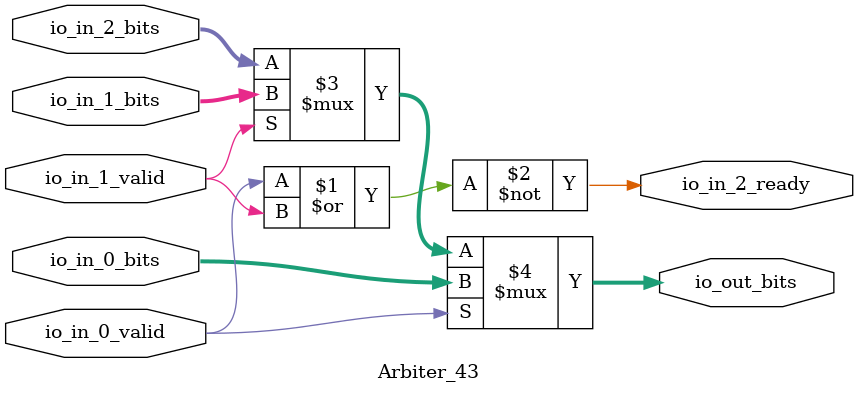
<source format=sv>
`ifndef RANDOMIZE
  `ifdef RANDOMIZE_REG_INIT
    `define RANDOMIZE
  `endif // RANDOMIZE_REG_INIT
`endif // not def RANDOMIZE
`ifndef RANDOMIZE
  `ifdef RANDOMIZE_MEM_INIT
    `define RANDOMIZE
  `endif // RANDOMIZE_MEM_INIT
`endif // not def RANDOMIZE

`ifndef RANDOM
  `define RANDOM $random
`endif // not def RANDOM

// Users can define 'PRINTF_COND' to add an extra gate to prints.
`ifndef PRINTF_COND_
  `ifdef PRINTF_COND
    `define PRINTF_COND_ (`PRINTF_COND)
  `else  // PRINTF_COND
    `define PRINTF_COND_ 1
  `endif // PRINTF_COND
`endif // not def PRINTF_COND_

// Users can define 'ASSERT_VERBOSE_COND' to add an extra gate to assert error printing.
`ifndef ASSERT_VERBOSE_COND_
  `ifdef ASSERT_VERBOSE_COND
    `define ASSERT_VERBOSE_COND_ (`ASSERT_VERBOSE_COND)
  `else  // ASSERT_VERBOSE_COND
    `define ASSERT_VERBOSE_COND_ 1
  `endif // ASSERT_VERBOSE_COND
`endif // not def ASSERT_VERBOSE_COND_

// Users can define 'STOP_COND' to add an extra gate to stop conditions.
`ifndef STOP_COND_
  `ifdef STOP_COND
    `define STOP_COND_ (`STOP_COND)
  `else  // STOP_COND
    `define STOP_COND_ 1
  `endif // STOP_COND
`endif // not def STOP_COND_

// Users can define INIT_RANDOM as general code that gets injected into the
// initializer block for modules with registers.
`ifndef INIT_RANDOM
  `define INIT_RANDOM
`endif // not def INIT_RANDOM

// If using random initialization, you can also define RANDOMIZE_DELAY to
// customize the delay used, otherwise 0.002 is used.
`ifndef RANDOMIZE_DELAY
  `define RANDOMIZE_DELAY 0.002
`endif // not def RANDOMIZE_DELAY

// Define INIT_RANDOM_PROLOG_ for use in our modules below.
`ifndef INIT_RANDOM_PROLOG_
  `ifdef RANDOMIZE
    `ifdef VERILATOR
      `define INIT_RANDOM_PROLOG_ `INIT_RANDOM
    `else  // VERILATOR
      `define INIT_RANDOM_PROLOG_ `INIT_RANDOM #`RANDOMIZE_DELAY begin end
    `endif // VERILATOR
  `else  // RANDOMIZE
    `define INIT_RANDOM_PROLOG_
  `endif // RANDOMIZE
`endif // not def INIT_RANDOM_PROLOG_

// Include register initializers in init blocks unless synthesis is set
`ifndef SYNTHESIS
  `ifndef ENABLE_INITIAL_REG_
    `define ENABLE_INITIAL_REG_
  `endif // not def ENABLE_INITIAL_REG_
`endif // not def SYNTHESIS

// Include rmemory initializers in init blocks unless synthesis is set
`ifndef SYNTHESIS
  `ifndef ENABLE_INITIAL_MEM_
    `define ENABLE_INITIAL_MEM_
  `endif // not def ENABLE_INITIAL_MEM_
`endif // not def SYNTHESIS

module Arbiter_43(
  input        io_in_0_valid,
  input  [4:0] io_in_0_bits,
  input        io_in_1_valid,
  input  [4:0] io_in_1_bits,
               io_in_2_bits,
  output       io_in_2_ready,
  output [4:0] io_out_bits
);

  assign io_in_2_ready = ~(io_in_0_valid | io_in_1_valid);	// Arbiter.scala:31:{68,78}
  assign io_out_bits =
    io_in_0_valid ? io_in_0_bits : io_in_1_valid ? io_in_1_bits : io_in_2_bits;	// Arbiter.scala:124:15, :126:27, :128:19
endmodule


</source>
